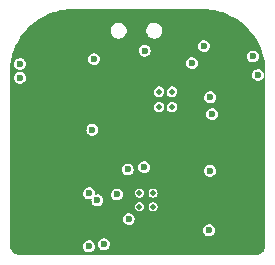
<source format=gbr>
%TF.GenerationSoftware,KiCad,Pcbnew,(6.0.9-0)*%
%TF.CreationDate,2023-01-04T12:54:03-08:00*%
%TF.ProjectId,TMC2300-BOB v1.0,544d4332-3330-4302-9d42-4f422076312e,rev?*%
%TF.SameCoordinates,Original*%
%TF.FileFunction,Copper,L3,Inr*%
%TF.FilePolarity,Positive*%
%FSLAX46Y46*%
G04 Gerber Fmt 4.6, Leading zero omitted, Abs format (unit mm)*
G04 Created by KiCad (PCBNEW (6.0.9-0)) date 2023-01-04 12:54:03*
%MOMM*%
%LPD*%
G01*
G04 APERTURE LIST*
%TA.AperFunction,ComponentPad*%
%ADD10C,0.500000*%
%TD*%
%TA.AperFunction,ViaPad*%
%ADD11C,0.600000*%
%TD*%
G04 APERTURE END LIST*
D10*
%TO.N,GND*%
%TO.C,IC1*%
X11155000Y4305000D03*
X12305000Y4305000D03*
X11155000Y5455000D03*
X12305000Y5455000D03*
%TD*%
%TO.N,GND*%
%TO.C,U2*%
X12810400Y12735800D03*
X13910400Y12735800D03*
X13910400Y14035800D03*
X12810400Y14035800D03*
%TD*%
D11*
%TO.N,GND*%
X21200000Y15450000D03*
X11600000Y17500000D03*
X17119600Y7340600D03*
X6883400Y939800D03*
X17043400Y2311400D03*
X1041400Y15214600D03*
X7300000Y16800000D03*
X1041400Y16383000D03*
X16600000Y17900000D03*
%TO.N,/+Vbat*%
X4927600Y18719800D03*
X5791200Y18719800D03*
X11340000Y8750000D03*
X10464800Y15113000D03*
X11340000Y9710000D03*
X3100000Y1000000D03*
X5000000Y1000000D03*
X15559800Y4917800D03*
X11328400Y10693400D03*
X11277600Y15138400D03*
X14797800Y4917800D03*
X4927600Y17780000D03*
X5791200Y17780000D03*
X1300000Y1000000D03*
%TO.N,/VIO\u005C~{STDBY}*%
X6883400Y5435600D03*
X10236200Y3251200D03*
X7162800Y10820400D03*
%TO.N,/EN*%
X9245600Y5334000D03*
%TO.N,/UART_RX*%
X7594600Y4836100D03*
%TO.N,/DIR*%
X11543911Y7653911D03*
%TO.N,/STEP*%
X10150000Y7450000D03*
%TO.N,/UART_TX*%
X8147178Y1130142D03*
%TO.N,/SW2*%
X15595600Y16459200D03*
%TO.N,/SW1*%
X20751800Y17018000D03*
%TO.N,/DIM*%
X17297400Y12141200D03*
%TO.N,/LSR*%
X17145000Y13563600D03*
%TD*%
%TA.AperFunction,Conductor*%
%TO.N,/+Vbat*%
G36*
X16895111Y21007410D02*
G01*
X16899129Y21007110D01*
X17234191Y20968059D01*
X17332040Y20956655D01*
X17336039Y20956020D01*
X17547302Y20913481D01*
X17763294Y20869990D01*
X17767213Y20869031D01*
X18028055Y20793638D01*
X18185900Y20748014D01*
X18189741Y20746730D01*
X18597011Y20591550D01*
X18600730Y20589954D01*
X18993794Y20401670D01*
X18997358Y20399778D01*
X19041100Y20374185D01*
X19373531Y20179679D01*
X19376939Y20177491D01*
X19733644Y19927086D01*
X19736860Y19924624D01*
X20071674Y19645613D01*
X20074675Y19642894D01*
X20385298Y19337193D01*
X20388065Y19334235D01*
X20427682Y19288210D01*
X20568412Y19124716D01*
X20672385Y19003924D01*
X20674898Y19000748D01*
X20930968Y18648089D01*
X20933210Y18644717D01*
X20991392Y18548826D01*
X21159293Y18272101D01*
X21161242Y18268567D01*
X21355779Y17878559D01*
X21357435Y17874864D01*
X21516072Y17477710D01*
X21519095Y17470141D01*
X21520438Y17466329D01*
X21639552Y17077612D01*
X21648132Y17049612D01*
X21649157Y17045694D01*
X21740019Y16628955D01*
X21741996Y16619886D01*
X21742694Y16615902D01*
X21795442Y16218619D01*
X21796913Y16207536D01*
X21796891Y16194476D01*
X21795156Y16181738D01*
X21796856Y16176489D01*
X21797116Y16175686D01*
X21799500Y16160589D01*
X21799500Y15482447D01*
X21785148Y15447799D01*
X21779110Y15445298D01*
X21790417Y15438219D01*
X21799500Y15409800D01*
X21799500Y1028343D01*
X21798254Y1017363D01*
X21794344Y1000359D01*
X21795562Y994976D01*
X21796212Y992102D01*
X21797184Y976486D01*
X21784611Y848828D01*
X21782737Y839407D01*
X21740043Y698664D01*
X21736367Y689790D01*
X21667035Y560079D01*
X21661700Y552093D01*
X21599039Y475740D01*
X21568394Y438399D01*
X21561601Y431606D01*
X21447908Y338301D01*
X21439921Y332965D01*
X21310210Y263633D01*
X21301336Y259957D01*
X21160593Y217263D01*
X21151172Y215389D01*
X21023922Y202856D01*
X21008140Y203867D01*
X21006580Y204226D01*
X21005735Y204420D01*
X21005734Y204420D01*
X21000359Y205656D01*
X20982910Y201708D01*
X20972098Y200500D01*
X1028343Y200500D01*
X1017362Y201746D01*
X1005735Y204420D01*
X1005734Y204420D01*
X1000359Y205656D01*
X994976Y204438D01*
X992102Y203788D01*
X976486Y202816D01*
X848828Y215389D01*
X839407Y217263D01*
X698664Y259957D01*
X689790Y263633D01*
X560079Y332965D01*
X552092Y338301D01*
X438399Y431606D01*
X431606Y438399D01*
X400961Y475740D01*
X338300Y552093D01*
X332965Y560079D01*
X263633Y689790D01*
X259957Y698664D01*
X217263Y839407D01*
X215389Y848828D01*
X205821Y945977D01*
X6377791Y945977D01*
X6378243Y942520D01*
X6378243Y942517D01*
X6395360Y811620D01*
X6396380Y803821D01*
X6454120Y672597D01*
X6456366Y669925D01*
X6489140Y630936D01*
X6546370Y562852D01*
X6665713Y483410D01*
X6802557Y440658D01*
X6806047Y440594D01*
X6825958Y440229D01*
X6945899Y438030D01*
X7084217Y475740D01*
X7087188Y477564D01*
X7087190Y477565D01*
X7203418Y548929D01*
X7203421Y548931D01*
X7206391Y550755D01*
X7210978Y555822D01*
X7300255Y654455D01*
X7300256Y654456D01*
X7302600Y657046D01*
X7310135Y672597D01*
X7363589Y782928D01*
X7365110Y786067D01*
X7367560Y800626D01*
X7388583Y925584D01*
X7388583Y925587D01*
X7388896Y927446D01*
X7389047Y939800D01*
X7368723Y1081718D01*
X7343898Y1136319D01*
X7641569Y1136319D01*
X7642021Y1132862D01*
X7642021Y1132859D01*
X7659705Y997625D01*
X7660158Y994163D01*
X7717898Y862939D01*
X7720144Y860267D01*
X7779625Y789506D01*
X7810148Y753194D01*
X7929491Y673752D01*
X7932823Y672711D01*
X7982965Y657046D01*
X8066335Y631000D01*
X8069825Y630936D01*
X8089736Y630571D01*
X8209677Y628372D01*
X8347995Y666082D01*
X8350966Y667906D01*
X8350968Y667907D01*
X8467196Y739271D01*
X8467199Y739273D01*
X8470169Y741097D01*
X8479366Y751257D01*
X8564033Y844797D01*
X8564034Y844798D01*
X8566378Y847388D01*
X8573913Y862939D01*
X8612063Y941682D01*
X8628888Y976409D01*
X8630147Y983888D01*
X8652361Y1115926D01*
X8652361Y1115929D01*
X8652674Y1117788D01*
X8652825Y1130142D01*
X8632501Y1272060D01*
X8573162Y1402570D01*
X8566439Y1410373D01*
X8481858Y1508533D01*
X8479578Y1511179D01*
X8359273Y1589157D01*
X8221917Y1630235D01*
X8150859Y1630669D01*
X8082046Y1631090D01*
X8082044Y1631090D01*
X8078554Y1631111D01*
X8075199Y1630152D01*
X8075198Y1630152D01*
X7944062Y1592673D01*
X7940707Y1591714D01*
X7819458Y1515212D01*
X7724555Y1407754D01*
X7723072Y1404596D01*
X7723071Y1404594D01*
X7720684Y1399510D01*
X7663625Y1277979D01*
X7654603Y1220031D01*
X7642105Y1139765D01*
X7642105Y1139761D01*
X7641569Y1136319D01*
X7343898Y1136319D01*
X7309384Y1212228D01*
X7302661Y1220031D01*
X7218080Y1318191D01*
X7215800Y1320837D01*
X7095495Y1398815D01*
X6958139Y1439893D01*
X6887081Y1440327D01*
X6818268Y1440748D01*
X6818266Y1440748D01*
X6814776Y1440769D01*
X6811421Y1439810D01*
X6811420Y1439810D01*
X6680284Y1402331D01*
X6676929Y1401372D01*
X6555680Y1324870D01*
X6460777Y1217412D01*
X6399847Y1087637D01*
X6390622Y1028385D01*
X6378327Y949423D01*
X6378327Y949419D01*
X6377791Y945977D01*
X205821Y945977D01*
X202877Y975868D01*
X203906Y991733D01*
X205028Y996575D01*
X205028Y996579D01*
X205655Y999282D01*
X205656Y1000000D01*
X201727Y1017224D01*
X200500Y1028122D01*
X200500Y2317577D01*
X16537791Y2317577D01*
X16538243Y2314120D01*
X16538243Y2314117D01*
X16555927Y2178883D01*
X16556380Y2175421D01*
X16614120Y2044197D01*
X16706370Y1934452D01*
X16825713Y1855010D01*
X16962557Y1812258D01*
X16966047Y1812194D01*
X16985958Y1811829D01*
X17105899Y1809630D01*
X17244217Y1847340D01*
X17247188Y1849164D01*
X17247190Y1849165D01*
X17363418Y1920529D01*
X17363421Y1920531D01*
X17366391Y1922355D01*
X17375588Y1932515D01*
X17460255Y2026055D01*
X17460256Y2026056D01*
X17462600Y2028646D01*
X17470135Y2044197D01*
X17523589Y2154528D01*
X17525110Y2157667D01*
X17527560Y2172226D01*
X17548583Y2297184D01*
X17548583Y2297187D01*
X17548896Y2299046D01*
X17549047Y2311400D01*
X17528723Y2453318D01*
X17469384Y2583828D01*
X17462661Y2591631D01*
X17378080Y2689791D01*
X17375800Y2692437D01*
X17255495Y2770415D01*
X17118139Y2811493D01*
X17047081Y2811927D01*
X16978268Y2812348D01*
X16978266Y2812348D01*
X16974776Y2812369D01*
X16971421Y2811410D01*
X16971420Y2811410D01*
X16883293Y2786223D01*
X16836929Y2772972D01*
X16715680Y2696470D01*
X16620777Y2589012D01*
X16559847Y2459237D01*
X16550622Y2399985D01*
X16538327Y2321023D01*
X16538327Y2321019D01*
X16537791Y2317577D01*
X200500Y2317577D01*
X200500Y3257377D01*
X9730591Y3257377D01*
X9731043Y3253920D01*
X9731043Y3253917D01*
X9748727Y3118683D01*
X9749180Y3115221D01*
X9806920Y2983997D01*
X9899170Y2874252D01*
X10018513Y2794810D01*
X10155357Y2752058D01*
X10158847Y2751994D01*
X10178758Y2751629D01*
X10298699Y2749430D01*
X10437017Y2787140D01*
X10439988Y2788964D01*
X10439990Y2788965D01*
X10556218Y2860329D01*
X10556221Y2860331D01*
X10559191Y2862155D01*
X10568388Y2872315D01*
X10653055Y2965855D01*
X10653056Y2965856D01*
X10655400Y2968446D01*
X10662935Y2983997D01*
X10716389Y3094328D01*
X10717910Y3097467D01*
X10720360Y3112026D01*
X10741383Y3236984D01*
X10741383Y3236987D01*
X10741696Y3238846D01*
X10741847Y3251200D01*
X10721523Y3393118D01*
X10662184Y3523628D01*
X10655461Y3531431D01*
X10570880Y3629591D01*
X10568600Y3632237D01*
X10448295Y3710215D01*
X10310939Y3751293D01*
X10239881Y3751727D01*
X10171068Y3752148D01*
X10171066Y3752148D01*
X10167576Y3752169D01*
X10164221Y3751210D01*
X10164220Y3751210D01*
X10033084Y3713731D01*
X10029729Y3712772D01*
X9908480Y3636270D01*
X9813577Y3528812D01*
X9752647Y3399037D01*
X9743422Y3339785D01*
X9731127Y3260823D01*
X9731127Y3260819D01*
X9730591Y3257377D01*
X200500Y3257377D01*
X200500Y4305000D01*
X10772794Y4305000D01*
X10791500Y4186892D01*
X10845789Y4080345D01*
X10930345Y3995789D01*
X10933778Y3994040D01*
X10933779Y3994039D01*
X10983618Y3968645D01*
X11036892Y3941500D01*
X11040697Y3940897D01*
X11040698Y3940897D01*
X11151193Y3923397D01*
X11155000Y3922794D01*
X11158807Y3923397D01*
X11269302Y3940897D01*
X11269303Y3940897D01*
X11273108Y3941500D01*
X11326382Y3968645D01*
X11376221Y3994039D01*
X11376222Y3994040D01*
X11379655Y3995789D01*
X11464211Y4080345D01*
X11518500Y4186892D01*
X11537206Y4305000D01*
X11922794Y4305000D01*
X11941500Y4186892D01*
X11995789Y4080345D01*
X12080345Y3995789D01*
X12083778Y3994040D01*
X12083779Y3994039D01*
X12133618Y3968645D01*
X12186892Y3941500D01*
X12190697Y3940897D01*
X12190698Y3940897D01*
X12301193Y3923397D01*
X12305000Y3922794D01*
X12308807Y3923397D01*
X12419302Y3940897D01*
X12419303Y3940897D01*
X12423108Y3941500D01*
X12476382Y3968645D01*
X12526221Y3994039D01*
X12526222Y3994040D01*
X12529655Y3995789D01*
X12614211Y4080345D01*
X12668500Y4186892D01*
X12687206Y4305000D01*
X12681980Y4337999D01*
X12669103Y4419302D01*
X12669103Y4419303D01*
X12668500Y4423108D01*
X12614211Y4529655D01*
X12529655Y4614211D01*
X12526222Y4615960D01*
X12526221Y4615961D01*
X12476382Y4641355D01*
X12423108Y4668500D01*
X12419303Y4669103D01*
X12419302Y4669103D01*
X12308807Y4686603D01*
X12305000Y4687206D01*
X12301193Y4686603D01*
X12190698Y4669103D01*
X12190697Y4669103D01*
X12186892Y4668500D01*
X12133618Y4641355D01*
X12083779Y4615961D01*
X12083778Y4615960D01*
X12080345Y4614211D01*
X11995789Y4529655D01*
X11941500Y4423108D01*
X11940897Y4419303D01*
X11940897Y4419302D01*
X11928020Y4337999D01*
X11922794Y4305000D01*
X11537206Y4305000D01*
X11531980Y4337999D01*
X11519103Y4419302D01*
X11519103Y4419303D01*
X11518500Y4423108D01*
X11464211Y4529655D01*
X11379655Y4614211D01*
X11376222Y4615960D01*
X11376221Y4615961D01*
X11326382Y4641355D01*
X11273108Y4668500D01*
X11269303Y4669103D01*
X11269302Y4669103D01*
X11158807Y4686603D01*
X11155000Y4687206D01*
X11151193Y4686603D01*
X11040698Y4669103D01*
X11040697Y4669103D01*
X11036892Y4668500D01*
X10983618Y4641355D01*
X10933779Y4615961D01*
X10933778Y4615960D01*
X10930345Y4614211D01*
X10845789Y4529655D01*
X10791500Y4423108D01*
X10790897Y4419303D01*
X10790897Y4419302D01*
X10778020Y4337999D01*
X10772794Y4305000D01*
X200500Y4305000D01*
X200500Y5441777D01*
X6377791Y5441777D01*
X6378243Y5438320D01*
X6378243Y5438317D01*
X6395927Y5303083D01*
X6396380Y5299621D01*
X6454120Y5168397D01*
X6456366Y5165725D01*
X6533976Y5073397D01*
X6546370Y5058652D01*
X6665713Y4979210D01*
X6802557Y4936458D01*
X6806047Y4936394D01*
X6825958Y4936029D01*
X6945899Y4933830D01*
X7037285Y4958745D01*
X7074487Y4954012D01*
X7097448Y4924359D01*
X7098590Y4903932D01*
X7089527Y4845723D01*
X7089527Y4845719D01*
X7088991Y4842277D01*
X7089443Y4838820D01*
X7089443Y4838817D01*
X7107127Y4703583D01*
X7107580Y4700121D01*
X7165320Y4568897D01*
X7257570Y4459152D01*
X7376913Y4379710D01*
X7513757Y4336958D01*
X7517247Y4336894D01*
X7537158Y4336529D01*
X7657099Y4334330D01*
X7795417Y4372040D01*
X7798388Y4373864D01*
X7798390Y4373865D01*
X7914618Y4445229D01*
X7914621Y4445231D01*
X7917591Y4447055D01*
X7926788Y4457215D01*
X8011455Y4550755D01*
X8011456Y4550756D01*
X8013800Y4553346D01*
X8021335Y4568897D01*
X8068744Y4666750D01*
X8076310Y4682367D01*
X8077125Y4687206D01*
X8099783Y4821884D01*
X8099783Y4821887D01*
X8100096Y4823746D01*
X8100200Y4832230D01*
X8100224Y4834198D01*
X8100224Y4834201D01*
X8100247Y4836100D01*
X8079923Y4978018D01*
X8020584Y5108528D01*
X7966244Y5171593D01*
X7929280Y5214491D01*
X7927000Y5217137D01*
X7806695Y5295115D01*
X7669339Y5336193D01*
X7598281Y5336627D01*
X7529468Y5337048D01*
X7529466Y5337048D01*
X7525976Y5337069D01*
X7522621Y5336110D01*
X7522620Y5336110D01*
X7441411Y5312900D01*
X7404153Y5317178D01*
X7385891Y5340177D01*
X8739991Y5340177D01*
X8740443Y5336720D01*
X8740443Y5336717D01*
X8755832Y5219037D01*
X8758580Y5198021D01*
X8816320Y5066797D01*
X8818566Y5064125D01*
X8896392Y4971540D01*
X8908570Y4957052D01*
X9027913Y4877610D01*
X9164757Y4834858D01*
X9168247Y4834794D01*
X9188158Y4834429D01*
X9308099Y4832230D01*
X9446417Y4869940D01*
X9449388Y4871764D01*
X9449390Y4871765D01*
X9565618Y4943129D01*
X9565621Y4943131D01*
X9568591Y4944955D01*
X9577788Y4955115D01*
X9662455Y5048655D01*
X9662456Y5048656D01*
X9664800Y5051246D01*
X9672335Y5066797D01*
X9725789Y5177128D01*
X9727310Y5180267D01*
X9729760Y5194826D01*
X9750783Y5319784D01*
X9750783Y5319787D01*
X9751096Y5321646D01*
X9751247Y5334000D01*
X9733919Y5455000D01*
X10772794Y5455000D01*
X10774888Y5441777D01*
X10789971Y5346549D01*
X10791500Y5336892D01*
X10845789Y5230345D01*
X10930345Y5145789D01*
X10933778Y5144040D01*
X10933779Y5144039D01*
X10983619Y5118644D01*
X11036892Y5091500D01*
X11040697Y5090897D01*
X11040698Y5090897D01*
X11151193Y5073397D01*
X11155000Y5072794D01*
X11158807Y5073397D01*
X11269302Y5090897D01*
X11269303Y5090897D01*
X11273108Y5091500D01*
X11326382Y5118645D01*
X11376221Y5144039D01*
X11376222Y5144040D01*
X11379655Y5145789D01*
X11464211Y5230345D01*
X11518500Y5336892D01*
X11520030Y5346549D01*
X11535112Y5441777D01*
X11537206Y5455000D01*
X11922794Y5455000D01*
X11924888Y5441777D01*
X11939971Y5346549D01*
X11941500Y5336892D01*
X11995789Y5230345D01*
X12080345Y5145789D01*
X12083778Y5144040D01*
X12083779Y5144039D01*
X12133619Y5118644D01*
X12186892Y5091500D01*
X12190697Y5090897D01*
X12190698Y5090897D01*
X12301193Y5073397D01*
X12305000Y5072794D01*
X12308807Y5073397D01*
X12419302Y5090897D01*
X12419303Y5090897D01*
X12423108Y5091500D01*
X12476382Y5118645D01*
X12526221Y5144039D01*
X12526222Y5144040D01*
X12529655Y5145789D01*
X12614211Y5230345D01*
X12668500Y5336892D01*
X12670030Y5346549D01*
X12685112Y5441777D01*
X12687206Y5455000D01*
X12668500Y5573108D01*
X12614211Y5679655D01*
X12529655Y5764211D01*
X12526222Y5765960D01*
X12526221Y5765961D01*
X12426764Y5816637D01*
X12423108Y5818500D01*
X12419303Y5819103D01*
X12419302Y5819103D01*
X12308807Y5836603D01*
X12305000Y5837206D01*
X12301193Y5836603D01*
X12190698Y5819103D01*
X12190697Y5819103D01*
X12186892Y5818500D01*
X12183236Y5816637D01*
X12083779Y5765961D01*
X12083778Y5765960D01*
X12080345Y5764211D01*
X11995789Y5679655D01*
X11941500Y5573108D01*
X11922794Y5455000D01*
X11537206Y5455000D01*
X11518500Y5573108D01*
X11464211Y5679655D01*
X11379655Y5764211D01*
X11376222Y5765960D01*
X11376221Y5765961D01*
X11276764Y5816637D01*
X11273108Y5818500D01*
X11269303Y5819103D01*
X11269302Y5819103D01*
X11158807Y5836603D01*
X11155000Y5837206D01*
X11151193Y5836603D01*
X11040698Y5819103D01*
X11040697Y5819103D01*
X11036892Y5818500D01*
X11033236Y5816637D01*
X10933779Y5765961D01*
X10933778Y5765960D01*
X10930345Y5764211D01*
X10845789Y5679655D01*
X10791500Y5573108D01*
X10772794Y5455000D01*
X9733919Y5455000D01*
X9730923Y5475918D01*
X9671584Y5606428D01*
X9664861Y5614231D01*
X9580280Y5712391D01*
X9578000Y5715037D01*
X9457695Y5793015D01*
X9320339Y5834093D01*
X9249281Y5834527D01*
X9180468Y5834948D01*
X9180466Y5834948D01*
X9176976Y5834969D01*
X9173621Y5834010D01*
X9173620Y5834010D01*
X9042484Y5796531D01*
X9039129Y5795572D01*
X8917880Y5719070D01*
X8822977Y5611612D01*
X8821494Y5608454D01*
X8821493Y5608452D01*
X8804899Y5573108D01*
X8762047Y5481837D01*
X8757869Y5455000D01*
X8740527Y5343623D01*
X8740527Y5343619D01*
X8739991Y5340177D01*
X7385891Y5340177D01*
X7380832Y5346549D01*
X7379625Y5368144D01*
X7388583Y5421385D01*
X7388583Y5421386D01*
X7388896Y5423246D01*
X7389047Y5435600D01*
X7368723Y5577518D01*
X7309384Y5708028D01*
X7302661Y5715831D01*
X7218080Y5813991D01*
X7215800Y5816637D01*
X7095495Y5894615D01*
X6958139Y5935693D01*
X6887081Y5936127D01*
X6818268Y5936548D01*
X6818266Y5936548D01*
X6814776Y5936569D01*
X6811421Y5935610D01*
X6811420Y5935610D01*
X6680284Y5898131D01*
X6676929Y5897172D01*
X6555680Y5820670D01*
X6460777Y5713212D01*
X6459294Y5710054D01*
X6459293Y5710052D01*
X6424487Y5635917D01*
X6399847Y5583437D01*
X6390622Y5524185D01*
X6378327Y5445223D01*
X6378327Y5445219D01*
X6377791Y5441777D01*
X200500Y5441777D01*
X200500Y7456177D01*
X9644391Y7456177D01*
X9644843Y7452720D01*
X9644843Y7452717D01*
X9661120Y7328246D01*
X9662980Y7314021D01*
X9720720Y7182797D01*
X9812970Y7073052D01*
X9932313Y6993610D01*
X10069157Y6950858D01*
X10072647Y6950794D01*
X10092558Y6950429D01*
X10212499Y6948230D01*
X10350817Y6985940D01*
X10353788Y6987764D01*
X10353790Y6987765D01*
X10470018Y7059129D01*
X10470021Y7059131D01*
X10472991Y7060955D01*
X10481835Y7070725D01*
X10566855Y7164655D01*
X10566856Y7164656D01*
X10569200Y7167246D01*
X10576735Y7182797D01*
X10630189Y7293128D01*
X10631710Y7296267D01*
X10634160Y7310826D01*
X10655183Y7435784D01*
X10655183Y7435787D01*
X10655496Y7437646D01*
X10655647Y7450000D01*
X10635323Y7591918D01*
X10604328Y7660088D01*
X11038302Y7660088D01*
X11038754Y7656631D01*
X11038754Y7656628D01*
X11047216Y7591918D01*
X11056891Y7517932D01*
X11114631Y7386708D01*
X11116877Y7384036D01*
X11187764Y7299706D01*
X11206881Y7276963D01*
X11326224Y7197521D01*
X11463068Y7154769D01*
X11466558Y7154705D01*
X11486469Y7154340D01*
X11606410Y7152141D01*
X11744728Y7189851D01*
X11747699Y7191675D01*
X11747701Y7191676D01*
X11863929Y7263040D01*
X11863932Y7263042D01*
X11866902Y7264866D01*
X11876099Y7275026D01*
X11941044Y7346777D01*
X16613991Y7346777D01*
X16614443Y7343320D01*
X16614443Y7343317D01*
X16632127Y7208083D01*
X16632580Y7204621D01*
X16690320Y7073397D01*
X16692566Y7070725D01*
X16764606Y6985023D01*
X16782570Y6963652D01*
X16901913Y6884210D01*
X17038757Y6841458D01*
X17042247Y6841394D01*
X17062158Y6841029D01*
X17182099Y6838830D01*
X17320417Y6876540D01*
X17323388Y6878364D01*
X17323390Y6878365D01*
X17439618Y6949729D01*
X17439621Y6949731D01*
X17442591Y6951555D01*
X17451788Y6961715D01*
X17536455Y7055255D01*
X17536456Y7055256D01*
X17538800Y7057846D01*
X17546335Y7073397D01*
X17593326Y7170389D01*
X17601310Y7186867D01*
X17602928Y7196480D01*
X17624783Y7326384D01*
X17624783Y7326387D01*
X17625096Y7328246D01*
X17625247Y7340600D01*
X17604923Y7482518D01*
X17545584Y7613028D01*
X17538861Y7620831D01*
X17454280Y7718991D01*
X17452000Y7721637D01*
X17331695Y7799615D01*
X17194339Y7840693D01*
X17123281Y7841127D01*
X17054468Y7841548D01*
X17054466Y7841548D01*
X17050976Y7841569D01*
X17047621Y7840610D01*
X17047620Y7840610D01*
X17020773Y7832937D01*
X16913129Y7802172D01*
X16791880Y7725670D01*
X16696977Y7618212D01*
X16695494Y7615054D01*
X16695493Y7615052D01*
X16687411Y7597837D01*
X16636047Y7488437D01*
X16629766Y7448098D01*
X16614527Y7350223D01*
X16614527Y7350219D01*
X16613991Y7346777D01*
X11941044Y7346777D01*
X11960766Y7368566D01*
X11960767Y7368567D01*
X11963111Y7371157D01*
X11970646Y7386708D01*
X12018263Y7484992D01*
X12025621Y7500178D01*
X12028071Y7514737D01*
X12049094Y7639695D01*
X12049094Y7639698D01*
X12049407Y7641557D01*
X12049558Y7653911D01*
X12029234Y7795829D01*
X11969895Y7926339D01*
X11963172Y7934142D01*
X11878591Y8032302D01*
X11876311Y8034948D01*
X11756006Y8112926D01*
X11618650Y8154004D01*
X11547592Y8154438D01*
X11478779Y8154859D01*
X11478777Y8154859D01*
X11475287Y8154880D01*
X11471932Y8153921D01*
X11471931Y8153921D01*
X11340795Y8116442D01*
X11337440Y8115483D01*
X11216191Y8038981D01*
X11121288Y7931523D01*
X11119805Y7928365D01*
X11119804Y7928363D01*
X11110720Y7909015D01*
X11060358Y7801748D01*
X11051133Y7742496D01*
X11038838Y7663534D01*
X11038838Y7663530D01*
X11038302Y7660088D01*
X10604328Y7660088D01*
X10575984Y7722428D01*
X10573191Y7725670D01*
X10484680Y7828391D01*
X10482400Y7831037D01*
X10362095Y7909015D01*
X10224739Y7950093D01*
X10153681Y7950527D01*
X10084868Y7950948D01*
X10084866Y7950948D01*
X10081376Y7950969D01*
X10078021Y7950010D01*
X10078020Y7950010D01*
X9984081Y7923162D01*
X9943529Y7911572D01*
X9822280Y7835070D01*
X9727377Y7727612D01*
X9725894Y7724454D01*
X9725893Y7724452D01*
X9723451Y7719251D01*
X9666447Y7597837D01*
X9657222Y7538585D01*
X9644927Y7459623D01*
X9644927Y7459619D01*
X9644391Y7456177D01*
X200500Y7456177D01*
X200500Y10826577D01*
X6657191Y10826577D01*
X6657643Y10823120D01*
X6657643Y10823117D01*
X6675327Y10687883D01*
X6675780Y10684421D01*
X6733520Y10553197D01*
X6825770Y10443452D01*
X6945113Y10364010D01*
X7081957Y10321258D01*
X7085447Y10321194D01*
X7105358Y10320829D01*
X7225299Y10318630D01*
X7363617Y10356340D01*
X7366588Y10358164D01*
X7366590Y10358165D01*
X7482818Y10429529D01*
X7482821Y10429531D01*
X7485791Y10431355D01*
X7494988Y10441515D01*
X7579655Y10535055D01*
X7579656Y10535056D01*
X7582000Y10537646D01*
X7589535Y10553197D01*
X7642989Y10663528D01*
X7644510Y10666667D01*
X7646960Y10681226D01*
X7667983Y10806184D01*
X7667983Y10806187D01*
X7668296Y10808046D01*
X7668447Y10820400D01*
X7648123Y10962318D01*
X7588784Y11092828D01*
X7582061Y11100631D01*
X7497480Y11198791D01*
X7495200Y11201437D01*
X7374895Y11279415D01*
X7237539Y11320493D01*
X7166481Y11320927D01*
X7097668Y11321348D01*
X7097666Y11321348D01*
X7094176Y11321369D01*
X7090821Y11320410D01*
X7090820Y11320410D01*
X6959684Y11282931D01*
X6956329Y11281972D01*
X6835080Y11205470D01*
X6740177Y11098012D01*
X6679247Y10968237D01*
X6670022Y10908985D01*
X6657727Y10830023D01*
X6657727Y10830019D01*
X6657191Y10826577D01*
X200500Y10826577D01*
X200500Y12147377D01*
X16791791Y12147377D01*
X16792243Y12143920D01*
X16792243Y12143917D01*
X16809927Y12008683D01*
X16810380Y12005221D01*
X16868120Y11873997D01*
X16960370Y11764252D01*
X17079713Y11684810D01*
X17216557Y11642058D01*
X17220047Y11641994D01*
X17239958Y11641629D01*
X17359899Y11639430D01*
X17498217Y11677140D01*
X17501188Y11678964D01*
X17501190Y11678965D01*
X17617418Y11750329D01*
X17617421Y11750331D01*
X17620391Y11752155D01*
X17629588Y11762315D01*
X17714255Y11855855D01*
X17714256Y11855856D01*
X17716600Y11858446D01*
X17724135Y11873997D01*
X17777589Y11984328D01*
X17779110Y11987467D01*
X17781560Y12002026D01*
X17802583Y12126984D01*
X17802583Y12126987D01*
X17802896Y12128846D01*
X17803047Y12141200D01*
X17782723Y12283118D01*
X17723384Y12413628D01*
X17716661Y12421431D01*
X17632080Y12519591D01*
X17629800Y12522237D01*
X17509495Y12600215D01*
X17372139Y12641293D01*
X17301081Y12641727D01*
X17232268Y12642148D01*
X17232266Y12642148D01*
X17228776Y12642169D01*
X17225421Y12641210D01*
X17225420Y12641210D01*
X17116947Y12610208D01*
X17090929Y12602772D01*
X16969680Y12526270D01*
X16874777Y12418812D01*
X16873294Y12415654D01*
X16873293Y12415652D01*
X16858336Y12383795D01*
X16813847Y12289037D01*
X16804622Y12229785D01*
X16792327Y12150823D01*
X16792327Y12150819D01*
X16791791Y12147377D01*
X200500Y12147377D01*
X200500Y12741360D01*
X12355301Y12741360D01*
X12355753Y12737903D01*
X12355753Y12737900D01*
X12357482Y12724680D01*
X12372033Y12613406D01*
X12424005Y12495290D01*
X12426251Y12492618D01*
X12426253Y12492615D01*
X12504792Y12399182D01*
X12507039Y12396509D01*
X12614460Y12325004D01*
X12617786Y12323965D01*
X12617788Y12323964D01*
X12636558Y12318100D01*
X12737633Y12286522D01*
X12741123Y12286458D01*
X12767320Y12285978D01*
X12866655Y12284157D01*
X12991155Y12318100D01*
X12994126Y12319924D01*
X12994128Y12319925D01*
X13098150Y12383795D01*
X13101124Y12385621D01*
X13187722Y12481293D01*
X13243988Y12597425D01*
X13244575Y12600910D01*
X13265083Y12722816D01*
X13265397Y12724680D01*
X13265533Y12735800D01*
X13264737Y12741360D01*
X13455301Y12741360D01*
X13455753Y12737903D01*
X13455753Y12737900D01*
X13457482Y12724680D01*
X13472033Y12613406D01*
X13524005Y12495290D01*
X13526251Y12492618D01*
X13526253Y12492615D01*
X13604792Y12399182D01*
X13607039Y12396509D01*
X13714460Y12325004D01*
X13717786Y12323965D01*
X13717788Y12323964D01*
X13736558Y12318100D01*
X13837633Y12286522D01*
X13841123Y12286458D01*
X13867320Y12285978D01*
X13966655Y12284157D01*
X14091155Y12318100D01*
X14094126Y12319924D01*
X14094128Y12319925D01*
X14198150Y12383795D01*
X14201124Y12385621D01*
X14287722Y12481293D01*
X14343988Y12597425D01*
X14344575Y12600910D01*
X14365083Y12722816D01*
X14365397Y12724680D01*
X14365533Y12735800D01*
X14347239Y12863541D01*
X14293828Y12981012D01*
X14209593Y13078772D01*
X14162731Y13109146D01*
X14104237Y13147060D01*
X14104233Y13147062D01*
X14101306Y13148959D01*
X14097962Y13149959D01*
X14097960Y13149960D01*
X13981023Y13184932D01*
X13981024Y13184932D01*
X13977673Y13185934D01*
X13911473Y13186338D01*
X13852123Y13186701D01*
X13852121Y13186701D01*
X13848631Y13186722D01*
X13845276Y13185763D01*
X13845275Y13185763D01*
X13806059Y13174555D01*
X13724555Y13151261D01*
X13615419Y13082401D01*
X13529996Y12985678D01*
X13475154Y12868868D01*
X13474617Y12865421D01*
X13474617Y12865420D01*
X13474325Y12863541D01*
X13455301Y12741360D01*
X13264737Y12741360D01*
X13247239Y12863541D01*
X13193828Y12981012D01*
X13109593Y13078772D01*
X13062731Y13109146D01*
X13004237Y13147060D01*
X13004233Y13147062D01*
X13001306Y13148959D01*
X12997962Y13149959D01*
X12997960Y13149960D01*
X12881023Y13184932D01*
X12881024Y13184932D01*
X12877673Y13185934D01*
X12811473Y13186338D01*
X12752123Y13186701D01*
X12752121Y13186701D01*
X12748631Y13186722D01*
X12745276Y13185763D01*
X12745275Y13185763D01*
X12706059Y13174555D01*
X12624555Y13151261D01*
X12515419Y13082401D01*
X12429996Y12985678D01*
X12375154Y12868868D01*
X12374617Y12865421D01*
X12374617Y12865420D01*
X12374325Y12863541D01*
X12355301Y12741360D01*
X200500Y12741360D01*
X200500Y13569777D01*
X16639391Y13569777D01*
X16639843Y13566320D01*
X16639843Y13566317D01*
X16657527Y13431083D01*
X16657980Y13427621D01*
X16715720Y13296397D01*
X16807970Y13186652D01*
X16927313Y13107210D01*
X17064157Y13064458D01*
X17067647Y13064394D01*
X17087558Y13064029D01*
X17207499Y13061830D01*
X17345817Y13099540D01*
X17348788Y13101364D01*
X17348790Y13101365D01*
X17465018Y13172729D01*
X17465021Y13172731D01*
X17467991Y13174555D01*
X17477188Y13184715D01*
X17561855Y13278255D01*
X17561856Y13278256D01*
X17564200Y13280846D01*
X17571735Y13296397D01*
X17625189Y13406728D01*
X17626710Y13409867D01*
X17629160Y13424426D01*
X17650183Y13549384D01*
X17650183Y13549387D01*
X17650496Y13551246D01*
X17650647Y13563600D01*
X17630323Y13705518D01*
X17570984Y13836028D01*
X17564261Y13843831D01*
X17479680Y13941991D01*
X17477400Y13944637D01*
X17357095Y14022615D01*
X17219739Y14063693D01*
X17148681Y14064127D01*
X17079868Y14064548D01*
X17079866Y14064548D01*
X17076376Y14064569D01*
X17073021Y14063610D01*
X17073020Y14063610D01*
X16943427Y14026572D01*
X16938529Y14025172D01*
X16817280Y13948670D01*
X16722377Y13841212D01*
X16661447Y13711437D01*
X16657428Y13685621D01*
X16639927Y13573223D01*
X16639927Y13573219D01*
X16639391Y13569777D01*
X200500Y13569777D01*
X200500Y14041360D01*
X12355301Y14041360D01*
X12355753Y14037903D01*
X12355753Y14037900D01*
X12367178Y13950531D01*
X12372033Y13913406D01*
X12424005Y13795290D01*
X12426251Y13792618D01*
X12426253Y13792615D01*
X12499466Y13705518D01*
X12507039Y13696509D01*
X12614460Y13625004D01*
X12617786Y13623965D01*
X12617788Y13623964D01*
X12636558Y13618100D01*
X12737633Y13586522D01*
X12741123Y13586458D01*
X12767320Y13585978D01*
X12866655Y13584157D01*
X12991155Y13618100D01*
X12994126Y13619924D01*
X12994128Y13619925D01*
X13098150Y13683795D01*
X13101124Y13685621D01*
X13187722Y13781293D01*
X13243988Y13897425D01*
X13252251Y13946537D01*
X13264730Y14020715D01*
X13265397Y14024680D01*
X13265533Y14035800D01*
X13264737Y14041360D01*
X13455301Y14041360D01*
X13455753Y14037903D01*
X13455753Y14037900D01*
X13467178Y13950531D01*
X13472033Y13913406D01*
X13524005Y13795290D01*
X13526251Y13792618D01*
X13526253Y13792615D01*
X13599466Y13705518D01*
X13607039Y13696509D01*
X13714460Y13625004D01*
X13717786Y13623965D01*
X13717788Y13623964D01*
X13736558Y13618100D01*
X13837633Y13586522D01*
X13841123Y13586458D01*
X13867320Y13585978D01*
X13966655Y13584157D01*
X14091155Y13618100D01*
X14094126Y13619924D01*
X14094128Y13619925D01*
X14198150Y13683795D01*
X14201124Y13685621D01*
X14287722Y13781293D01*
X14343988Y13897425D01*
X14352251Y13946537D01*
X14364730Y14020715D01*
X14365397Y14024680D01*
X14365533Y14035800D01*
X14347239Y14163541D01*
X14293828Y14281012D01*
X14209593Y14378772D01*
X14171176Y14403672D01*
X14104237Y14447060D01*
X14104233Y14447062D01*
X14101306Y14448959D01*
X14097962Y14449959D01*
X14097960Y14449960D01*
X13981023Y14484932D01*
X13981024Y14484932D01*
X13977673Y14485934D01*
X13911473Y14486338D01*
X13852123Y14486701D01*
X13852121Y14486701D01*
X13848631Y14486722D01*
X13845276Y14485763D01*
X13845275Y14485763D01*
X13727910Y14452220D01*
X13724555Y14451261D01*
X13615419Y14382401D01*
X13529996Y14285678D01*
X13475154Y14168868D01*
X13474617Y14165421D01*
X13474617Y14165420D01*
X13458623Y14062693D01*
X13455301Y14041360D01*
X13264737Y14041360D01*
X13247239Y14163541D01*
X13193828Y14281012D01*
X13109593Y14378772D01*
X13071176Y14403672D01*
X13004237Y14447060D01*
X13004233Y14447062D01*
X13001306Y14448959D01*
X12997962Y14449959D01*
X12997960Y14449960D01*
X12881023Y14484932D01*
X12881024Y14484932D01*
X12877673Y14485934D01*
X12811473Y14486338D01*
X12752123Y14486701D01*
X12752121Y14486701D01*
X12748631Y14486722D01*
X12745276Y14485763D01*
X12745275Y14485763D01*
X12627910Y14452220D01*
X12624555Y14451261D01*
X12515419Y14382401D01*
X12429996Y14285678D01*
X12375154Y14168868D01*
X12374617Y14165421D01*
X12374617Y14165420D01*
X12358623Y14062693D01*
X12355301Y14041360D01*
X200500Y14041360D01*
X200500Y15220777D01*
X535791Y15220777D01*
X536243Y15217320D01*
X536243Y15217317D01*
X553927Y15082083D01*
X554380Y15078621D01*
X612120Y14947397D01*
X704370Y14837652D01*
X823713Y14758210D01*
X960557Y14715458D01*
X964047Y14715394D01*
X983958Y14715029D01*
X1103899Y14712830D01*
X1242217Y14750540D01*
X1245188Y14752364D01*
X1245190Y14752365D01*
X1361418Y14823729D01*
X1361421Y14823731D01*
X1364391Y14825555D01*
X1373588Y14835715D01*
X1458255Y14929255D01*
X1458256Y14929256D01*
X1460600Y14931846D01*
X1468135Y14947397D01*
X1521589Y15057728D01*
X1523110Y15060867D01*
X1524835Y15071115D01*
X1546583Y15200384D01*
X1546583Y15200387D01*
X1546896Y15202246D01*
X1547047Y15214600D01*
X1526723Y15356518D01*
X1481411Y15456177D01*
X20694391Y15456177D01*
X20694843Y15452720D01*
X20694843Y15452717D01*
X20696739Y15438219D01*
X20712980Y15314021D01*
X20770720Y15182797D01*
X20772966Y15180125D01*
X20858289Y15078621D01*
X20862970Y15073052D01*
X20982313Y14993610D01*
X21119157Y14950858D01*
X21122647Y14950794D01*
X21133611Y14950593D01*
X21262499Y14948230D01*
X21400817Y14985940D01*
X21403788Y14987764D01*
X21403790Y14987765D01*
X21520018Y15059129D01*
X21520021Y15059131D01*
X21522991Y15060955D01*
X21526025Y15064306D01*
X21616855Y15164655D01*
X21616856Y15164656D01*
X21619200Y15167246D01*
X21626735Y15182797D01*
X21680189Y15293128D01*
X21681710Y15296267D01*
X21684160Y15310826D01*
X21702179Y15417930D01*
X21719845Y15446145D01*
X21715852Y15447799D01*
X21701995Y15475501D01*
X21685818Y15588461D01*
X21685323Y15591918D01*
X21625984Y15722428D01*
X21619261Y15730231D01*
X21534680Y15828391D01*
X21532400Y15831037D01*
X21412095Y15909015D01*
X21274739Y15950093D01*
X21203681Y15950527D01*
X21134868Y15950948D01*
X21134866Y15950948D01*
X21131376Y15950969D01*
X21128021Y15950010D01*
X21128020Y15950010D01*
X20996884Y15912531D01*
X20993529Y15911572D01*
X20872280Y15835070D01*
X20777377Y15727612D01*
X20775894Y15724454D01*
X20775893Y15724452D01*
X20771713Y15715548D01*
X20716447Y15597837D01*
X20707222Y15538585D01*
X20694927Y15459623D01*
X20694927Y15459619D01*
X20694391Y15456177D01*
X1481411Y15456177D01*
X1467384Y15487028D01*
X1460661Y15494831D01*
X1376080Y15592991D01*
X1373800Y15595637D01*
X1253495Y15673615D01*
X1116139Y15714693D01*
X1045081Y15715127D01*
X976268Y15715548D01*
X976266Y15715548D01*
X972776Y15715569D01*
X969421Y15714610D01*
X969420Y15714610D01*
X838284Y15677131D01*
X834929Y15676172D01*
X713680Y15599670D01*
X618777Y15492212D01*
X617294Y15489054D01*
X617293Y15489052D01*
X593427Y15438219D01*
X557847Y15362437D01*
X550848Y15317483D01*
X536327Y15224223D01*
X536327Y15224219D01*
X535791Y15220777D01*
X200500Y15220777D01*
X200500Y16160142D01*
X202935Y16175398D01*
X204779Y16181023D01*
X203029Y16194213D01*
X203030Y16207102D01*
X227204Y16389177D01*
X535791Y16389177D01*
X536243Y16385720D01*
X536243Y16385717D01*
X553927Y16250483D01*
X554380Y16247021D01*
X612120Y16115797D01*
X614366Y16113125D01*
X648311Y16072743D01*
X704370Y16006052D01*
X823713Y15926610D01*
X960557Y15883858D01*
X964047Y15883794D01*
X983958Y15883429D01*
X1103899Y15881230D01*
X1242217Y15918940D01*
X1245188Y15920764D01*
X1245190Y15920765D01*
X1361418Y15992129D01*
X1361421Y15992131D01*
X1364391Y15993955D01*
X1367116Y15996965D01*
X1458255Y16097655D01*
X1458256Y16097656D01*
X1460600Y16100246D01*
X1468135Y16115797D01*
X1497196Y16175780D01*
X1523110Y16229267D01*
X1525560Y16243826D01*
X1546583Y16368784D01*
X1546583Y16368787D01*
X1546896Y16370646D01*
X1547047Y16383000D01*
X1526723Y16524918D01*
X1467384Y16655428D01*
X1460661Y16663231D01*
X1376080Y16761391D01*
X1373800Y16764037D01*
X1308786Y16806177D01*
X6794391Y16806177D01*
X6794843Y16802720D01*
X6794843Y16802717D01*
X6812527Y16667483D01*
X6812980Y16664021D01*
X6870720Y16532797D01*
X6872966Y16530125D01*
X6941380Y16448737D01*
X6962970Y16423052D01*
X7082313Y16343610D01*
X7219157Y16300858D01*
X7222647Y16300794D01*
X7242558Y16300429D01*
X7362499Y16298230D01*
X7500817Y16335940D01*
X7503788Y16337764D01*
X7503790Y16337765D01*
X7620018Y16409129D01*
X7620021Y16409131D01*
X7622991Y16410955D01*
X7632188Y16421115D01*
X7672251Y16465377D01*
X15089991Y16465377D01*
X15090443Y16461920D01*
X15090443Y16461917D01*
X15108127Y16326683D01*
X15108580Y16323221D01*
X15166320Y16191997D01*
X15168566Y16189325D01*
X15243445Y16100246D01*
X15258570Y16082252D01*
X15377913Y16002810D01*
X15514757Y15960058D01*
X15518247Y15959994D01*
X15538158Y15959629D01*
X15658099Y15957430D01*
X15796417Y15995140D01*
X15799388Y15996964D01*
X15799390Y15996965D01*
X15915618Y16068329D01*
X15915621Y16068331D01*
X15918591Y16070155D01*
X15927788Y16080315D01*
X16012455Y16173855D01*
X16012456Y16173856D01*
X16014800Y16176446D01*
X16022335Y16191997D01*
X16075789Y16302328D01*
X16077310Y16305467D01*
X16079760Y16320026D01*
X16100783Y16444984D01*
X16100783Y16444987D01*
X16101096Y16446846D01*
X16101247Y16459200D01*
X16080923Y16601118D01*
X16021584Y16731628D01*
X16015759Y16738389D01*
X15930280Y16837591D01*
X15928000Y16840237D01*
X15807695Y16918215D01*
X15670339Y16959293D01*
X15599281Y16959727D01*
X15530468Y16960148D01*
X15530466Y16960148D01*
X15526976Y16960169D01*
X15523621Y16959210D01*
X15523620Y16959210D01*
X15463117Y16941918D01*
X15389129Y16920772D01*
X15267880Y16844270D01*
X15172977Y16736812D01*
X15112047Y16607037D01*
X15105276Y16563546D01*
X15090527Y16468823D01*
X15090527Y16468819D01*
X15089991Y16465377D01*
X7672251Y16465377D01*
X7716855Y16514655D01*
X7716856Y16514656D01*
X7719200Y16517246D01*
X7726735Y16532797D01*
X7767966Y16617899D01*
X7781710Y16646267D01*
X7783252Y16655428D01*
X7805183Y16785784D01*
X7805183Y16785787D01*
X7805496Y16787646D01*
X7805647Y16800000D01*
X7785323Y16941918D01*
X7725984Y17072428D01*
X7719261Y17080231D01*
X7634680Y17178391D01*
X7632400Y17181037D01*
X7512095Y17259015D01*
X7374739Y17300093D01*
X7303681Y17300527D01*
X7234868Y17300948D01*
X7234866Y17300948D01*
X7231376Y17300969D01*
X7228021Y17300010D01*
X7228020Y17300010D01*
X7096884Y17262531D01*
X7093529Y17261572D01*
X6972280Y17185070D01*
X6877377Y17077612D01*
X6875894Y17074454D01*
X6875893Y17074452D01*
X6850272Y17019882D01*
X6816447Y16947837D01*
X6812233Y16920772D01*
X6794927Y16809623D01*
X6794927Y16809619D01*
X6794391Y16806177D01*
X1308786Y16806177D01*
X1253495Y16842015D01*
X1116139Y16883093D01*
X1045081Y16883527D01*
X976268Y16883948D01*
X976266Y16883948D01*
X972776Y16883969D01*
X969421Y16883010D01*
X969420Y16883010D01*
X838284Y16845531D01*
X834929Y16844572D01*
X713680Y16768070D01*
X618777Y16660612D01*
X617294Y16657454D01*
X617293Y16657452D01*
X599656Y16619886D01*
X557847Y16530837D01*
X556144Y16519899D01*
X536327Y16392623D01*
X536327Y16392619D01*
X535791Y16389177D01*
X227204Y16389177D01*
X249959Y16560569D01*
X257306Y16615902D01*
X258004Y16619886D01*
X259982Y16628955D01*
X350843Y17045694D01*
X351868Y17049612D01*
X360448Y17077612D01*
X479562Y17466329D01*
X480905Y17470141D01*
X483929Y17477710D01*
X495300Y17506177D01*
X11094391Y17506177D01*
X11094843Y17502720D01*
X11094843Y17502717D01*
X11108747Y17396391D01*
X11112980Y17364021D01*
X11170720Y17232797D01*
X11172966Y17230125D01*
X11229310Y17163096D01*
X11262970Y17123052D01*
X11382313Y17043610D01*
X11519157Y17000858D01*
X11522647Y17000794D01*
X11542558Y17000429D01*
X11662499Y16998230D01*
X11757671Y17024177D01*
X20246191Y17024177D01*
X20246643Y17020720D01*
X20246643Y17020717D01*
X20264327Y16885483D01*
X20264780Y16882021D01*
X20322520Y16750797D01*
X20324766Y16748125D01*
X20407496Y16649706D01*
X20414770Y16641052D01*
X20534113Y16561610D01*
X20670957Y16518858D01*
X20674447Y16518794D01*
X20694358Y16518429D01*
X20814299Y16516230D01*
X20952617Y16553940D01*
X20955588Y16555764D01*
X20955590Y16555765D01*
X21071818Y16627129D01*
X21071821Y16627131D01*
X21074791Y16628955D01*
X21083988Y16639115D01*
X21168655Y16732655D01*
X21168656Y16732656D01*
X21171000Y16735246D01*
X21178535Y16750797D01*
X21221808Y16840115D01*
X21233510Y16864267D01*
X21235960Y16878826D01*
X21256983Y17003784D01*
X21256983Y17003787D01*
X21257296Y17005646D01*
X21257447Y17018000D01*
X21237123Y17159918D01*
X21177784Y17290428D01*
X21171061Y17298231D01*
X21086480Y17396391D01*
X21084200Y17399037D01*
X20963895Y17477015D01*
X20826539Y17518093D01*
X20755481Y17518527D01*
X20686668Y17518948D01*
X20686666Y17518948D01*
X20683176Y17518969D01*
X20679821Y17518010D01*
X20679820Y17518010D01*
X20573579Y17487646D01*
X20545329Y17479572D01*
X20424080Y17403070D01*
X20329177Y17295612D01*
X20327694Y17292454D01*
X20327693Y17292452D01*
X20293859Y17220389D01*
X20268247Y17165837D01*
X20262002Y17125727D01*
X20246727Y17027623D01*
X20246727Y17027619D01*
X20246191Y17024177D01*
X11757671Y17024177D01*
X11800817Y17035940D01*
X11803788Y17037764D01*
X11803790Y17037765D01*
X11920018Y17109129D01*
X11920021Y17109131D01*
X11922991Y17110955D01*
X11932188Y17121115D01*
X12016855Y17214655D01*
X12016856Y17214656D01*
X12019200Y17217246D01*
X12026735Y17232797D01*
X12080189Y17343128D01*
X12081710Y17346267D01*
X12084160Y17360826D01*
X12105183Y17485784D01*
X12105183Y17485787D01*
X12105496Y17487646D01*
X12105647Y17500000D01*
X12085323Y17641918D01*
X12025984Y17772428D01*
X12019261Y17780231D01*
X11934680Y17878391D01*
X11932400Y17881037D01*
X11893614Y17906177D01*
X16094391Y17906177D01*
X16094843Y17902720D01*
X16094843Y17902717D01*
X16112296Y17769251D01*
X16112980Y17764021D01*
X16170720Y17632797D01*
X16262970Y17523052D01*
X16382313Y17443610D01*
X16519157Y17400858D01*
X16522647Y17400794D01*
X16541193Y17400454D01*
X16662499Y17398230D01*
X16800817Y17435940D01*
X16803788Y17437764D01*
X16803790Y17437765D01*
X16920018Y17509129D01*
X16920021Y17509131D01*
X16922991Y17510955D01*
X16932188Y17521115D01*
X17016855Y17614655D01*
X17016856Y17614656D01*
X17019200Y17617246D01*
X17026735Y17632797D01*
X17080189Y17743128D01*
X17081710Y17746267D01*
X17084160Y17760826D01*
X17105183Y17885784D01*
X17105183Y17885787D01*
X17105496Y17887646D01*
X17105647Y17900000D01*
X17085323Y18041918D01*
X17025984Y18172428D01*
X17019261Y18180231D01*
X16934680Y18278391D01*
X16932400Y18281037D01*
X16812095Y18359015D01*
X16674739Y18400093D01*
X16603681Y18400527D01*
X16534868Y18400948D01*
X16534866Y18400948D01*
X16531376Y18400969D01*
X16528021Y18400010D01*
X16528020Y18400010D01*
X16396884Y18362531D01*
X16393529Y18361572D01*
X16272280Y18285070D01*
X16177377Y18177612D01*
X16116447Y18047837D01*
X16108858Y17999093D01*
X16094927Y17909623D01*
X16094927Y17909619D01*
X16094391Y17906177D01*
X11893614Y17906177D01*
X11812095Y17959015D01*
X11674739Y18000093D01*
X11603681Y18000527D01*
X11534868Y18000948D01*
X11534866Y18000948D01*
X11531376Y18000969D01*
X11528021Y18000010D01*
X11528020Y18000010D01*
X11396884Y17962531D01*
X11393529Y17961572D01*
X11272280Y17885070D01*
X11177377Y17777612D01*
X11175894Y17774454D01*
X11175893Y17774452D01*
X11141087Y17700317D01*
X11116447Y17647837D01*
X11111684Y17617246D01*
X11094927Y17509623D01*
X11094927Y17509619D01*
X11094391Y17506177D01*
X495300Y17506177D01*
X642565Y17874864D01*
X644221Y17878559D01*
X838758Y18268567D01*
X840707Y18272101D01*
X1008608Y18548826D01*
X1066790Y18644717D01*
X1069032Y18648089D01*
X1325102Y19000748D01*
X1327615Y19003924D01*
X1431589Y19124716D01*
X1437678Y19131790D01*
X8724049Y19131790D01*
X8724738Y19128921D01*
X8724738Y19128919D01*
X8725747Y19124716D01*
X8762216Y18972810D01*
X8837204Y18827524D01*
X8839141Y18825304D01*
X8839142Y18825302D01*
X8903412Y18751629D01*
X8944683Y18704319D01*
X8947098Y18702621D01*
X8947100Y18702620D01*
X9011565Y18657313D01*
X9078448Y18610307D01*
X9081196Y18609236D01*
X9081199Y18609234D01*
X9228026Y18551989D01*
X9230776Y18550917D01*
X9355473Y18534500D01*
X9440996Y18534500D01*
X9562313Y18549181D01*
X9569744Y18551989D01*
X9712490Y18605928D01*
X9712491Y18605929D01*
X9715255Y18606973D01*
X9849997Y18699579D01*
X9851962Y18701784D01*
X9851965Y18701787D01*
X9956792Y18819443D01*
X9956793Y18819444D01*
X9958760Y18821652D01*
X10035265Y18966145D01*
X10036280Y18970183D01*
X10074375Y19121851D01*
X10075095Y19124716D01*
X10075132Y19131790D01*
X11724049Y19131790D01*
X11724738Y19128921D01*
X11724738Y19128919D01*
X11725747Y19124716D01*
X11762216Y18972810D01*
X11837204Y18827524D01*
X11839141Y18825304D01*
X11839142Y18825302D01*
X11903412Y18751629D01*
X11944683Y18704319D01*
X11947098Y18702621D01*
X11947100Y18702620D01*
X12011565Y18657313D01*
X12078448Y18610307D01*
X12081196Y18609236D01*
X12081199Y18609234D01*
X12228026Y18551989D01*
X12230776Y18550917D01*
X12355473Y18534500D01*
X12440996Y18534500D01*
X12562313Y18549181D01*
X12569744Y18551989D01*
X12712490Y18605928D01*
X12712491Y18605929D01*
X12715255Y18606973D01*
X12849997Y18699579D01*
X12851962Y18701784D01*
X12851965Y18701787D01*
X12956792Y18819443D01*
X12956793Y18819444D01*
X12958760Y18821652D01*
X13035265Y18966145D01*
X13036280Y18970183D01*
X13074375Y19121851D01*
X13075095Y19124716D01*
X13075951Y19288210D01*
X13074963Y19292328D01*
X13038474Y19444316D01*
X13037784Y19447190D01*
X12962796Y19592476D01*
X12959952Y19595737D01*
X12857258Y19713456D01*
X12855317Y19715681D01*
X12851715Y19718213D01*
X12723969Y19807994D01*
X12721552Y19809693D01*
X12718804Y19810764D01*
X12718801Y19810766D01*
X12571974Y19868011D01*
X12571973Y19868011D01*
X12569224Y19869083D01*
X12444527Y19885500D01*
X12359004Y19885500D01*
X12237687Y19870819D01*
X12234924Y19869775D01*
X12087510Y19814072D01*
X12087509Y19814071D01*
X12084745Y19813027D01*
X11950003Y19720421D01*
X11948038Y19718216D01*
X11948035Y19718213D01*
X11880929Y19642894D01*
X11841240Y19598348D01*
X11764735Y19453855D01*
X11764017Y19450997D01*
X11764016Y19450994D01*
X11763061Y19447190D01*
X11724905Y19295284D01*
X11724049Y19131790D01*
X10075132Y19131790D01*
X10075951Y19288210D01*
X10074963Y19292328D01*
X10038474Y19444316D01*
X10037784Y19447190D01*
X9962796Y19592476D01*
X9959952Y19595737D01*
X9857258Y19713456D01*
X9855317Y19715681D01*
X9851715Y19718213D01*
X9723969Y19807994D01*
X9721552Y19809693D01*
X9718804Y19810764D01*
X9718801Y19810766D01*
X9571974Y19868011D01*
X9571973Y19868011D01*
X9569224Y19869083D01*
X9444527Y19885500D01*
X9359004Y19885500D01*
X9237687Y19870819D01*
X9234924Y19869775D01*
X9087510Y19814072D01*
X9087509Y19814071D01*
X9084745Y19813027D01*
X8950003Y19720421D01*
X8948038Y19718216D01*
X8948035Y19718213D01*
X8880929Y19642894D01*
X8841240Y19598348D01*
X8764735Y19453855D01*
X8764017Y19450997D01*
X8764016Y19450994D01*
X8763061Y19447190D01*
X8724905Y19295284D01*
X8724049Y19131790D01*
X1437678Y19131790D01*
X1572318Y19288210D01*
X1611935Y19334235D01*
X1614702Y19337193D01*
X1925325Y19642894D01*
X1928326Y19645613D01*
X2263140Y19924624D01*
X2266356Y19927086D01*
X2623061Y20177491D01*
X2626469Y20179679D01*
X2958900Y20374185D01*
X3002642Y20399778D01*
X3006206Y20401670D01*
X3399270Y20589954D01*
X3402989Y20591550D01*
X3810259Y20746730D01*
X3814100Y20748014D01*
X3971945Y20793638D01*
X4232787Y20869031D01*
X4236706Y20869990D01*
X4452698Y20913481D01*
X4663961Y20956020D01*
X4667960Y20956655D01*
X4765809Y20968059D01*
X5100871Y21007110D01*
X5104889Y21007410D01*
X5540495Y21021943D01*
X5544530Y21021910D01*
X5955966Y21001601D01*
X5968806Y20999225D01*
X5981023Y20995221D01*
X6010077Y20999075D01*
X6016520Y20999500D01*
X15983044Y20999500D01*
X15989657Y20999052D01*
X16012797Y20995900D01*
X16012799Y20995900D01*
X16018262Y20995156D01*
X16030923Y20999257D01*
X16043600Y21001580D01*
X16455470Y21021910D01*
X16459505Y21021943D01*
X16895111Y21007410D01*
G37*
%TD.AperFunction*%
%TD*%
M02*

</source>
